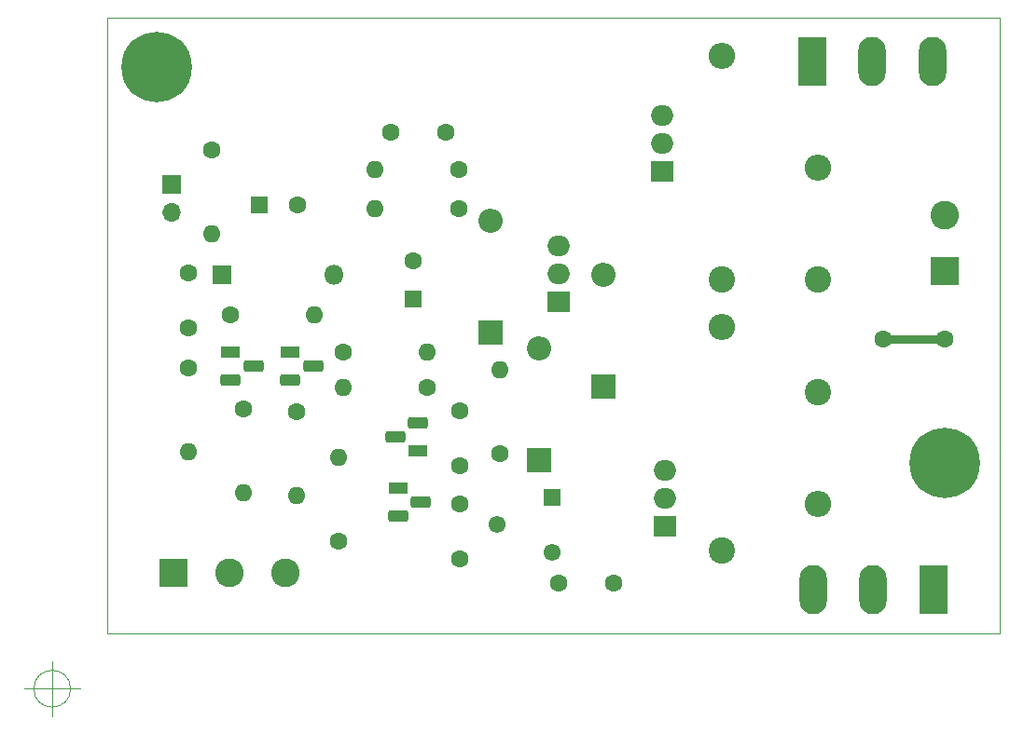
<source format=gbr>
%TF.GenerationSoftware,KiCad,Pcbnew,8.0.3-8.0.3-0~ubuntu22.04.1*%
%TF.CreationDate,2024-06-26T20:02:33-05:00*%
%TF.ProjectId,amplificador_200w,616d706c-6966-4696-9361-646f725f3230,v1.0.0*%
%TF.SameCoordinates,PX5cfbb60PY7d687e0*%
%TF.FileFunction,Copper,L1,Top*%
%TF.FilePolarity,Positive*%
%FSLAX46Y46*%
G04 Gerber Fmt 4.6, Leading zero omitted, Abs format (unit mm)*
G04 Created by KiCad (PCBNEW 8.0.3-8.0.3-0~ubuntu22.04.1) date 2024-06-26 20:02:33*
%MOMM*%
%LPD*%
G01*
G04 APERTURE LIST*
G04 Aperture macros list*
%AMRoundRect*
0 Rectangle with rounded corners*
0 $1 Rounding radius*
0 $2 $3 $4 $5 $6 $7 $8 $9 X,Y pos of 4 corners*
0 Add a 4 corners polygon primitive as box body*
4,1,4,$2,$3,$4,$5,$6,$7,$8,$9,$2,$3,0*
0 Add four circle primitives for the rounded corners*
1,1,$1+$1,$2,$3*
1,1,$1+$1,$4,$5*
1,1,$1+$1,$6,$7*
1,1,$1+$1,$8,$9*
0 Add four rect primitives between the rounded corners*
20,1,$1+$1,$2,$3,$4,$5,0*
20,1,$1+$1,$4,$5,$6,$7,0*
20,1,$1+$1,$6,$7,$8,$9,0*
20,1,$1+$1,$8,$9,$2,$3,0*%
G04 Aperture macros list end*
%TA.AperFunction,ComponentPad*%
%ADD10C,1.600000*%
%TD*%
%TA.AperFunction,ComponentPad*%
%ADD11R,1.600000X1.600000*%
%TD*%
%TA.AperFunction,ComponentPad*%
%ADD12R,1.800000X1.800000*%
%TD*%
%TA.AperFunction,ComponentPad*%
%ADD13O,1.800000X1.800000*%
%TD*%
%TA.AperFunction,ComponentPad*%
%ADD14R,2.200000X2.200000*%
%TD*%
%TA.AperFunction,ComponentPad*%
%ADD15O,2.200000X2.200000*%
%TD*%
%TA.AperFunction,ComponentPad*%
%ADD16R,1.700000X1.700000*%
%TD*%
%TA.AperFunction,ComponentPad*%
%ADD17O,1.700000X1.700000*%
%TD*%
%TA.AperFunction,ComponentPad*%
%ADD18R,2.600000X2.600000*%
%TD*%
%TA.AperFunction,ComponentPad*%
%ADD19C,2.600000*%
%TD*%
%TA.AperFunction,ComponentPad*%
%ADD20R,1.800000X1.100000*%
%TD*%
%TA.AperFunction,ComponentPad*%
%ADD21RoundRect,0.275000X-0.625000X0.275000X-0.625000X-0.275000X0.625000X-0.275000X0.625000X0.275000X0*%
%TD*%
%TA.AperFunction,ComponentPad*%
%ADD22RoundRect,0.275000X0.625000X-0.275000X0.625000X0.275000X-0.625000X0.275000X-0.625000X-0.275000X0*%
%TD*%
%TA.AperFunction,ComponentPad*%
%ADD23R,2.000000X1.905000*%
%TD*%
%TA.AperFunction,ComponentPad*%
%ADD24O,2.000000X1.905000*%
%TD*%
%TA.AperFunction,ComponentPad*%
%ADD25R,2.500000X4.500000*%
%TD*%
%TA.AperFunction,ComponentPad*%
%ADD26O,2.500000X4.500000*%
%TD*%
%TA.AperFunction,ComponentPad*%
%ADD27O,1.600000X1.600000*%
%TD*%
%TA.AperFunction,ComponentPad*%
%ADD28C,2.400000*%
%TD*%
%TA.AperFunction,ComponentPad*%
%ADD29O,2.400000X2.400000*%
%TD*%
%TA.AperFunction,ComponentPad*%
%ADD30C,0.800000*%
%TD*%
%TA.AperFunction,ComponentPad*%
%ADD31C,6.400000*%
%TD*%
%TA.AperFunction,ComponentPad*%
%ADD32R,1.550000X1.550000*%
%TD*%
%TA.AperFunction,ComponentPad*%
%ADD33C,1.550000*%
%TD*%
%TA.AperFunction,ViaPad*%
%ADD34C,1.600000*%
%TD*%
%TA.AperFunction,Conductor*%
%ADD35C,0.800000*%
%TD*%
%TA.AperFunction,Profile*%
%ADD36C,0.050000*%
%TD*%
G04 APERTURE END LIST*
D10*
%TO.P,C1,1*%
%TO.N,Net-(Q1-B)*%
X12400000Y32800000D03*
%TO.P,C1,2*%
%TO.N,Net-(J1-Pin_2)*%
X12400000Y37800000D03*
%TD*%
D11*
%TO.P,C2,1*%
%TO.N,Net-(D1-K)*%
X18800000Y44000000D03*
D10*
%TO.P,C2,2*%
%TO.N,GND*%
X22300000Y44000000D03*
%TD*%
D11*
%TO.P,C3,1*%
%TO.N,Net-(C3-Pad1)*%
X32800000Y35400000D03*
D10*
%TO.P,C3,2*%
%TO.N,GND*%
X32800000Y38900000D03*
%TD*%
%TO.P,C4,1*%
%TO.N,Net-(Q2-C)*%
X37010000Y25270000D03*
%TO.P,C4,2*%
%TO.N,Net-(Q3-C)*%
X37010000Y20270000D03*
%TD*%
%TO.P,C6,1*%
%TO.N,Net-(D3-A)*%
X35700000Y50600000D03*
%TO.P,C6,2*%
%TO.N,50V*%
X30700000Y50600000D03*
%TD*%
%TO.P,C7,1*%
%TO.N,/CC*%
X46000000Y9600000D03*
%TO.P,C7,2*%
%TO.N,Net-(Q7-C)*%
X51000000Y9600000D03*
%TD*%
D12*
%TO.P,D1,1,K*%
%TO.N,Net-(D1-K)*%
X15400000Y37600000D03*
D13*
%TO.P,D1,2,A*%
%TO.N,GND*%
X25560000Y37600000D03*
%TD*%
D14*
%TO.P,D3,1,K*%
%TO.N,Net-(D3-K)*%
X50000000Y27500000D03*
D15*
%TO.P,D3,2,A*%
%TO.N,Net-(D3-A)*%
X50000000Y37660000D03*
%TD*%
D14*
%TO.P,D4,1,K*%
%TO.N,Net-(D4-K)*%
X44200000Y20800000D03*
D15*
%TO.P,D4,2,A*%
%TO.N,Net-(D3-K)*%
X44200000Y30960000D03*
%TD*%
D16*
%TO.P,J1,1,Pin_1*%
%TO.N,GND*%
X10800000Y45800000D03*
D17*
%TO.P,J1,2,Pin_2*%
%TO.N,Net-(J1-Pin_2)*%
X10800000Y43260000D03*
%TD*%
D18*
%TO.P,J2,1,Pin_1*%
%TO.N,50V*%
X11000000Y10500000D03*
D19*
%TO.P,J2,2,Pin_2*%
%TO.N,GND*%
X16080000Y10500000D03*
%TO.P,J2,3,Pin_3*%
%TO.N,-50V*%
X21160000Y10500000D03*
%TD*%
D18*
%TO.P,J3,1,Pin_1*%
%TO.N,Net-(J3-Pin_1)*%
X81000000Y38000000D03*
D19*
%TO.P,J3,2,Pin_2*%
%TO.N,GND*%
X81000000Y43080000D03*
%TD*%
D20*
%TO.P,Q1,1,E*%
%TO.N,Net-(Q1-E)*%
X16200000Y30600000D03*
D21*
%TO.P,Q1,2,C*%
%TO.N,Net-(Q1-C)*%
X18270000Y29330000D03*
%TO.P,Q1,3,B*%
%TO.N,Net-(Q1-B)*%
X16200000Y28060000D03*
%TD*%
D20*
%TO.P,Q3,1,E*%
%TO.N,Net-(Q3-E)*%
X33200000Y21600000D03*
D22*
%TO.P,Q3,2,C*%
%TO.N,Net-(Q3-C)*%
X31130000Y22870000D03*
%TO.P,Q3,3,B*%
%TO.N,Net-(Q2-C)*%
X33200000Y24140000D03*
%TD*%
D23*
%TO.P,Q5,1,B*%
%TO.N,Net-(D2-K)*%
X46000000Y35200000D03*
D24*
%TO.P,Q5,2,C*%
%TO.N,Net-(D3-A)*%
X46000000Y37740000D03*
%TO.P,Q5,3,E*%
%TO.N,Net-(Q5-E)*%
X46000000Y40280000D03*
%TD*%
D23*
%TO.P,Q6,1,B*%
%TO.N,Net-(D3-A)*%
X55400000Y47000000D03*
D24*
%TO.P,Q6,2,C*%
%TO.N,50V*%
X55400000Y49540000D03*
%TO.P,Q6,3,E*%
%TO.N,Net-(Q6-E)*%
X55400000Y52080000D03*
%TD*%
D23*
%TO.P,Q7,1,B*%
%TO.N,/CC*%
X55600000Y14800000D03*
D24*
%TO.P,Q7,2,C*%
%TO.N,Net-(Q7-C)*%
X55600000Y17340000D03*
%TO.P,Q7,3,E*%
%TO.N,Net-(J3-Pin_1)*%
X55600000Y19880000D03*
%TD*%
D25*
%TO.P,Q8,1,B*%
%TO.N,Net-(Q6-E)*%
X69000000Y57000000D03*
D26*
%TO.P,Q8,2,C*%
%TO.N,50V*%
X74450000Y57000000D03*
%TO.P,Q8,3,E*%
%TO.N,Net-(Q8-E)*%
X79900000Y57000000D03*
%TD*%
D25*
%TO.P,Q9,1,B*%
%TO.N,Net-(Q7-C)*%
X80000000Y9000000D03*
D26*
%TO.P,Q9,2,C*%
%TO.N,Net-(J3-Pin_1)*%
X74550000Y9000000D03*
%TO.P,Q9,3,E*%
%TO.N,Net-(Q9-E)*%
X69100000Y9000000D03*
%TD*%
D10*
%TO.P,R2,1*%
%TO.N,Net-(Q1-C)*%
X17400000Y25400000D03*
D27*
%TO.P,R2,2*%
%TO.N,-50V*%
X17400000Y17780000D03*
%TD*%
D10*
%TO.P,R3,1*%
%TO.N,50V*%
X14500000Y49000000D03*
D27*
%TO.P,R3,2*%
%TO.N,Net-(D1-K)*%
X14500000Y41380000D03*
%TD*%
D10*
%TO.P,R4,1*%
%TO.N,Net-(D1-K)*%
X16200000Y34000000D03*
D27*
%TO.P,R4,2*%
%TO.N,Net-(Q1-E)*%
X23820000Y34000000D03*
%TD*%
D10*
%TO.P,R5,1*%
%TO.N,Net-(Q2-C)*%
X22200000Y25200000D03*
D27*
%TO.P,R5,2*%
%TO.N,-50V*%
X22200000Y17580000D03*
%TD*%
D10*
%TO.P,R6,1*%
%TO.N,Net-(Q2-B)*%
X26400000Y30600000D03*
D27*
%TO.P,R6,2*%
%TO.N,Net-(C3-Pad1)*%
X34020000Y30600000D03*
%TD*%
D10*
%TO.P,R8,1*%
%TO.N,Net-(D2-A)*%
X36900000Y43600000D03*
D27*
%TO.P,R8,2*%
%TO.N,50V*%
X29280000Y43600000D03*
%TD*%
D10*
%TO.P,R9,1*%
%TO.N,Net-(Q3-C)*%
X40600000Y21400000D03*
D27*
%TO.P,R9,2*%
%TO.N,Net-(D2-K)*%
X40600000Y29020000D03*
%TD*%
D10*
%TO.P,R10,1*%
%TO.N,-50V*%
X26000000Y13400000D03*
D27*
%TO.P,R10,2*%
%TO.N,Net-(Q3-E)*%
X26000000Y21020000D03*
%TD*%
D10*
%TO.P,R11,1*%
%TO.N,Net-(Q5-E)*%
X36900000Y47200000D03*
D27*
%TO.P,R11,2*%
%TO.N,50V*%
X29280000Y47200000D03*
%TD*%
D28*
%TO.P,R14,1*%
%TO.N,-50V*%
X60800000Y12600000D03*
D29*
%TO.P,R14,2*%
%TO.N,Net-(Q7-C)*%
X60800000Y32920000D03*
%TD*%
D28*
%TO.P,R15,1*%
%TO.N,Net-(J3-Pin_1)*%
X69500000Y37200000D03*
D29*
%TO.P,R15,2*%
%TO.N,Net-(Q8-E)*%
X69500000Y47360000D03*
%TD*%
D28*
%TO.P,R13,1*%
%TO.N,Net-(J3-Pin_1)*%
X60800000Y37200000D03*
D29*
%TO.P,R13,2*%
%TO.N,Net-(Q6-E)*%
X60800000Y57520000D03*
%TD*%
D20*
%TO.P,Q2,1,E*%
%TO.N,Net-(Q1-E)*%
X21600000Y30600000D03*
D21*
%TO.P,Q2,2,C*%
%TO.N,Net-(Q2-C)*%
X23670000Y29330000D03*
%TO.P,Q2,3,B*%
%TO.N,Net-(Q2-B)*%
X21600000Y28060000D03*
%TD*%
D10*
%TO.P,C5,1*%
%TO.N,/CC*%
X36980000Y16820000D03*
%TO.P,C5,2*%
%TO.N,Net-(Q1-C)*%
X36980000Y11820000D03*
%TD*%
%TO.P,R7,1*%
%TO.N,Net-(J3-Pin_1)*%
X34000000Y27400000D03*
D27*
%TO.P,R7,2*%
%TO.N,Net-(Q2-B)*%
X26380000Y27400000D03*
%TD*%
D20*
%TO.P,Q4,1,E*%
%TO.N,Net-(Q3-E)*%
X31400000Y18200000D03*
D21*
%TO.P,Q4,2,C*%
%TO.N,/CC*%
X33470000Y16930000D03*
%TO.P,Q4,3,B*%
%TO.N,Net-(Q1-C)*%
X31400000Y15660000D03*
%TD*%
D28*
%TO.P,R16,1*%
%TO.N,-50V*%
X69500000Y27000000D03*
D29*
%TO.P,R16,2*%
%TO.N,Net-(Q9-E)*%
X69500000Y16840000D03*
%TD*%
D14*
%TO.P,D2,1,K*%
%TO.N,Net-(D2-K)*%
X39800000Y32400000D03*
D15*
%TO.P,D2,2,A*%
%TO.N,Net-(D2-A)*%
X39800000Y42560000D03*
%TD*%
D10*
%TO.P,R1,1*%
%TO.N,Net-(Q1-B)*%
X12400000Y29200000D03*
D27*
%TO.P,R1,2*%
%TO.N,GND*%
X12400000Y21580000D03*
%TD*%
D30*
%TO.P,H1,1*%
%TO.N,N/C*%
X9500000Y54100000D03*
X7802944Y54802944D03*
X11900000Y56500000D03*
X7802944Y58197056D03*
X9500000Y58900000D03*
X11197056Y58197056D03*
D31*
X9500000Y56500000D03*
D30*
X11197056Y54802944D03*
X7100000Y56500000D03*
%TD*%
%TO.P,H2,1*%
%TO.N,N/C*%
X83400000Y20500000D03*
X82697056Y18802944D03*
X82697056Y22197056D03*
X78600000Y20500000D03*
X81000000Y22900000D03*
D31*
X81000000Y20500000D03*
D30*
X81000000Y18100000D03*
X79302944Y22197056D03*
X79302944Y18802944D03*
%TD*%
D32*
%TO.P,RV1,1,1*%
%TO.N,Net-(D4-K)*%
X45400000Y17400000D03*
D33*
%TO.P,RV1,2,2*%
%TO.N,/CC*%
X40400000Y14900000D03*
%TO.P,RV1,3,3*%
X45400000Y12400000D03*
%TD*%
D34*
%TO.N,Net-(Q7-C)*%
X75399996Y31800000D03*
X81000000Y31800000D03*
%TD*%
D35*
%TO.N,Net-(Q7-C)*%
X75399996Y31800000D02*
X81000000Y31800000D01*
%TD*%
D36*
X86000000Y5000000D02*
X86000000Y61000000D01*
X5000000Y61000000D02*
X5000000Y5000000D01*
X5000000Y5000000D02*
X86000000Y5000000D01*
X86000000Y61000000D02*
X5000000Y61000000D01*
X1666666Y0D02*
G75*
G02*
X-1666666Y0I-1666666J0D01*
G01*
X-1666666Y0D02*
G75*
G02*
X1666666Y0I1666666J0D01*
G01*
X-2500000Y0D02*
X2500000Y0D01*
X0Y2500000D02*
X0Y-2500000D01*
M02*

</source>
